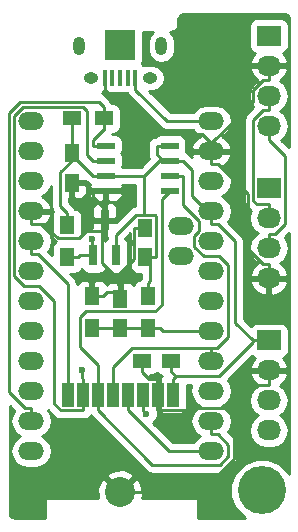
<source format=gtl>
G04 #@! TF.FileFunction,Copper,L1,Top,Signal*
%FSLAX46Y46*%
G04 Gerber Fmt 4.6, Leading zero omitted, Abs format (unit mm)*
G04 Created by KiCad (PCBNEW 4.0.2-stable) date Lundi 27 juin 2016 03:17:05*
%MOMM*%
G01*
G04 APERTURE LIST*
%ADD10C,0.100000*%
%ADD11R,2.540000X2.540000*%
%ADD12C,2.540000*%
%ADD13R,0.400000X1.350000*%
%ADD14O,1.250000X0.950000*%
%ADD15O,1.000000X1.550000*%
%ADD16O,2.199640X1.501140*%
%ADD17R,1.500000X1.250000*%
%ADD18R,1.000000X2.000000*%
%ADD19R,1.250000X1.500000*%
%ADD20R,1.300000X1.500000*%
%ADD21R,1.500000X1.300000*%
%ADD22R,0.800100X1.800860*%
%ADD23R,1.550000X0.600000*%
%ADD24R,2.032000X1.727200*%
%ADD25O,2.032000X1.727200*%
%ADD26C,4.064000*%
%ADD27C,0.600000*%
%ADD28C,0.250000*%
%ADD29C,0.254000*%
G04 APERTURE END LIST*
D10*
D11*
X58000000Y-36800000D03*
D12*
X58000000Y-74620000D03*
D13*
X59300900Y-39562540D03*
X58650900Y-39562540D03*
X58000900Y-39562540D03*
X57350900Y-39562540D03*
X56700900Y-39562540D03*
D14*
X60500900Y-39562540D03*
X55500900Y-39562540D03*
D15*
X61500900Y-36862540D03*
X54500900Y-36862540D03*
D16*
X50480000Y-43230000D03*
X50480000Y-45770000D03*
X50480000Y-48310000D03*
X50480000Y-50850000D03*
X50480000Y-53390000D03*
X50480000Y-55930000D03*
X50480000Y-58470000D03*
X50480000Y-61010000D03*
X50480000Y-63550000D03*
X50480000Y-66090000D03*
X50480000Y-68630000D03*
X50480000Y-71170000D03*
X65720000Y-71170000D03*
X65720000Y-68630000D03*
X65720000Y-66090000D03*
X65720000Y-63550000D03*
X65720000Y-61010000D03*
X65720000Y-58470000D03*
X65720000Y-55930000D03*
X65720000Y-53390000D03*
X65720000Y-50850000D03*
X65720000Y-48310000D03*
X65720000Y-45770000D03*
X65720000Y-43230000D03*
X63180000Y-54660000D03*
X63180000Y-52120000D03*
D17*
X62350000Y-63500000D03*
X59850000Y-63500000D03*
D18*
X62500000Y-66400000D03*
X61230000Y-66400000D03*
X59960000Y-66400000D03*
X58690000Y-66400000D03*
X57420000Y-66400000D03*
X56150000Y-66400000D03*
X54880000Y-66400000D03*
X53610000Y-66400000D03*
D19*
X53900000Y-45950000D03*
X53900000Y-48450000D03*
D20*
X53500000Y-52050000D03*
X53500000Y-54750000D03*
D21*
X53950000Y-43000000D03*
X56650000Y-43000000D03*
D22*
X55750000Y-54601140D03*
X57650000Y-54601140D03*
X56700000Y-51598860D03*
D23*
X56800000Y-45295000D03*
X56800000Y-46565000D03*
X56800000Y-47835000D03*
X56800000Y-49105000D03*
X62200000Y-49105000D03*
X62200000Y-47835000D03*
X62200000Y-46565000D03*
X62200000Y-45295000D03*
D19*
X60100000Y-54750000D03*
X60100000Y-52250000D03*
X58000000Y-60750000D03*
X58000000Y-58250000D03*
D20*
X60400000Y-58050000D03*
X60400000Y-60750000D03*
X55600000Y-60750000D03*
X55600000Y-58050000D03*
D24*
X70600000Y-36000000D03*
D25*
X70600000Y-38540000D03*
X70600000Y-41080000D03*
X70600000Y-43620000D03*
D24*
X70600000Y-48900000D03*
D25*
X70600000Y-51440000D03*
X70600000Y-53980000D03*
X70600000Y-56520000D03*
D24*
X70600000Y-61800000D03*
D25*
X70600000Y-64340000D03*
X70600000Y-66880000D03*
X70600000Y-69420000D03*
D26*
X70000000Y-74500000D03*
D27*
X60236400Y-67991000D03*
X54745000Y-64268200D03*
X55611800Y-53198100D03*
D28*
X53950000Y-43000000D02*
X53950000Y-43975300D01*
X60100000Y-54750000D02*
X60575200Y-54750000D01*
X60575200Y-54750000D02*
X61050300Y-54750000D01*
X60575200Y-56799500D02*
X60400000Y-56974700D01*
X60575200Y-54750000D02*
X60575200Y-56799500D01*
X60400000Y-58050000D02*
X60400000Y-56974700D01*
X62200000Y-46565000D02*
X61649900Y-46565000D01*
X62200000Y-45295000D02*
X61099700Y-45295000D01*
X62500000Y-66400000D02*
X62500000Y-65074700D01*
X62350000Y-63500000D02*
X62350000Y-64450300D01*
X62737200Y-64837500D02*
X62350000Y-64450300D01*
X62500000Y-65074700D02*
X62737200Y-64837500D01*
X60925600Y-51139100D02*
X60052300Y-51139100D01*
X61050300Y-51263800D02*
X60925600Y-51139100D01*
X61050300Y-54750000D02*
X61050300Y-51263800D01*
X57650000Y-52856000D02*
X57650000Y-54601100D01*
X59366900Y-51139100D02*
X57650000Y-52856000D01*
X60052300Y-51139100D02*
X59366900Y-51139100D01*
X60052300Y-47835000D02*
X60052300Y-51139100D01*
X61486100Y-46401200D02*
X60052300Y-47835000D01*
X61649900Y-46565000D02*
X61486100Y-46401200D01*
X61099700Y-46014800D02*
X61099700Y-45295000D01*
X61486100Y-46401200D02*
X61099700Y-46014800D01*
X70600000Y-61800000D02*
X69258700Y-61800000D01*
X69258700Y-61920000D02*
X69258700Y-61800000D01*
X66341200Y-64837500D02*
X69258700Y-61920000D01*
X62737200Y-64837500D02*
X66341200Y-64837500D01*
X66257900Y-51925900D02*
X65720000Y-51925900D01*
X67740900Y-53408900D02*
X66257900Y-51925900D01*
X67740900Y-60282200D02*
X67740900Y-53408900D01*
X69258700Y-61800000D02*
X67740900Y-60282200D01*
X65720000Y-51387900D02*
X65720000Y-51149500D01*
X65720000Y-51387900D02*
X65720000Y-51925900D01*
X65720000Y-50850000D02*
X65720000Y-51149500D01*
X64130600Y-47395300D02*
X63300300Y-46565000D01*
X64130600Y-49560100D02*
X64130600Y-47395300D01*
X65720000Y-51149500D02*
X64130600Y-49560100D01*
X62200000Y-46565000D02*
X63300300Y-46565000D01*
X60052300Y-47835000D02*
X56800000Y-47835000D01*
X56800000Y-47835000D02*
X55699700Y-47835000D01*
X53900000Y-44025300D02*
X53900000Y-45950000D01*
X53950000Y-43975300D02*
X53900000Y-44025300D01*
X53500000Y-52050000D02*
X53500000Y-50974700D01*
X52929200Y-50403900D02*
X53500000Y-50974700D01*
X52929200Y-47572000D02*
X52929200Y-50403900D01*
X54183000Y-46318200D02*
X52929200Y-47572000D01*
X55699700Y-47835000D02*
X54183000Y-46318200D01*
X54088700Y-46138700D02*
X53900000Y-45950000D01*
X54088700Y-46224000D02*
X54088700Y-46138700D01*
X54183000Y-46318200D02*
X54088700Y-46224000D01*
X56700000Y-51598900D02*
X56475500Y-51598900D01*
X60100000Y-52250000D02*
X59149700Y-52250000D01*
X56700000Y-51598900D02*
X56700000Y-50373200D01*
X56800000Y-49105000D02*
X55699700Y-49105000D01*
X50480000Y-50850000D02*
X50480000Y-51925900D01*
X53900000Y-48450000D02*
X54850300Y-48450000D01*
X56449900Y-50373200D02*
X56700000Y-50373200D01*
X55699700Y-49623000D02*
X56449900Y-50373200D01*
X55699700Y-49105000D02*
X55699700Y-49623000D01*
X55044700Y-48450000D02*
X55699700Y-49105000D01*
X54850300Y-48450000D02*
X55044700Y-48450000D01*
X58000000Y-58250000D02*
X58000000Y-57712300D01*
X58000000Y-57712300D02*
X58000000Y-57174700D01*
X56913000Y-57712300D02*
X56575300Y-58050000D01*
X58000000Y-57712300D02*
X56913000Y-57712300D01*
X55600000Y-58050000D02*
X56575300Y-58050000D01*
X51509300Y-51925900D02*
X50480000Y-51925900D01*
X52708800Y-53125400D02*
X51509300Y-51925900D01*
X54559100Y-53125400D02*
X52708800Y-53125400D01*
X55138500Y-52546000D02*
X54559100Y-53125400D01*
X56475500Y-52546000D02*
X55138500Y-52546000D01*
X56475500Y-51598900D02*
X56475500Y-52546000D01*
X57558600Y-56299600D02*
X57762200Y-56299600D01*
X56475500Y-55216500D02*
X57558600Y-56299600D01*
X56475500Y-52546000D02*
X56475500Y-55216500D01*
X59149700Y-54912100D02*
X57762200Y-56299600D01*
X59149700Y-52250000D02*
X59149700Y-54912100D01*
X57762200Y-56936900D02*
X58000000Y-57174700D01*
X57762200Y-56299600D02*
X57762200Y-56936900D01*
X60474400Y-65074700D02*
X59850000Y-64450300D01*
X61230000Y-65074700D02*
X60474400Y-65074700D01*
X59850000Y-63500000D02*
X59850000Y-64450300D01*
X61230000Y-66400000D02*
X61230000Y-65074700D01*
X65720000Y-45770000D02*
X65720000Y-45276200D01*
X70600000Y-38540000D02*
X70600000Y-39728900D01*
X56700900Y-39562500D02*
X56700900Y-40562800D01*
X69249000Y-41598800D02*
X65733400Y-45114400D01*
X69249000Y-40559800D02*
X69249000Y-41598800D01*
X70079900Y-39728900D02*
X69249000Y-40559800D01*
X70600000Y-39728900D02*
X70079900Y-39728900D01*
X65733400Y-45262800D02*
X65733400Y-45114400D01*
X65720000Y-45276200D02*
X65733400Y-45262800D01*
X60472400Y-44334300D02*
X56700900Y-40562800D01*
X64953300Y-44334300D02*
X60472400Y-44334300D01*
X65733400Y-45114400D02*
X64953300Y-44334300D01*
X70600000Y-64340000D02*
X70600000Y-65528900D01*
X61230000Y-66400000D02*
X61230000Y-67725300D01*
X64850700Y-74620000D02*
X58000000Y-74620000D01*
X67652500Y-71818200D02*
X64850700Y-74620000D01*
X67652500Y-67528600D02*
X67652500Y-71818200D01*
X69652200Y-65528900D02*
X67652500Y-67528600D01*
X70600000Y-65528900D02*
X69652200Y-65528900D01*
X64294800Y-67725300D02*
X61230000Y-67725300D01*
X64491500Y-67528600D02*
X64294800Y-67725300D01*
X67652500Y-67528600D02*
X64491500Y-67528600D01*
X66257900Y-46845900D02*
X65720000Y-46845900D01*
X68806600Y-49394600D02*
X66257900Y-46845900D01*
X68806600Y-54057800D02*
X68806600Y-49394600D01*
X70079900Y-55331100D02*
X68806600Y-54057800D01*
X70600000Y-55331100D02*
X70079900Y-55331100D01*
X70600000Y-56520000D02*
X70600000Y-55331100D01*
X65720000Y-45770000D02*
X65720000Y-46845900D01*
X59300900Y-39562500D02*
X59300900Y-40562800D01*
X61968100Y-43230000D02*
X59300900Y-40562800D01*
X65720000Y-43230000D02*
X61968100Y-43230000D01*
X59970700Y-67725300D02*
X60236400Y-67991000D01*
X59960000Y-67725300D02*
X59970700Y-67725300D01*
X59960000Y-66400000D02*
X59960000Y-67725300D01*
X62134700Y-71170000D02*
X65720000Y-71170000D01*
X58690000Y-67725300D02*
X62134700Y-71170000D01*
X58690000Y-66400000D02*
X58690000Y-67725300D01*
X57420000Y-64051200D02*
X57420000Y-66400000D01*
X58997100Y-62474100D02*
X57420000Y-64051200D01*
X65720000Y-62474100D02*
X58997100Y-62474100D01*
X65720000Y-63550000D02*
X65720000Y-62474100D01*
X66188800Y-62474100D02*
X65720000Y-62474100D01*
X67162800Y-61500100D02*
X66188800Y-62474100D01*
X67162800Y-55450100D02*
X67162800Y-61500100D01*
X66372700Y-54660000D02*
X67162800Y-55450100D01*
X65085000Y-54660000D02*
X66372700Y-54660000D01*
X64283500Y-53858500D02*
X65085000Y-54660000D01*
X64283500Y-52921500D02*
X64283500Y-53858500D01*
X64657500Y-52547500D02*
X64283500Y-52921500D01*
X64657500Y-51692500D02*
X64657500Y-52547500D01*
X63300300Y-50335300D02*
X64657500Y-51692500D01*
X63300300Y-47835000D02*
X63300300Y-50335300D01*
X62200000Y-47835000D02*
X63300300Y-47835000D01*
X56150000Y-63894600D02*
X56150000Y-66400000D01*
X54624600Y-62369200D02*
X56150000Y-63894600D01*
X54624600Y-59844500D02*
X54624600Y-62369200D01*
X55128400Y-59340700D02*
X54624600Y-59844500D01*
X60970700Y-59340700D02*
X55128400Y-59340700D01*
X61525200Y-58786200D02*
X60970700Y-59340700D01*
X61525200Y-49779800D02*
X61525200Y-58786200D01*
X62200000Y-49105000D02*
X61525200Y-49779800D01*
X60739100Y-72314400D02*
X56150000Y-67725300D01*
X66454700Y-72314400D02*
X60739100Y-72314400D01*
X67164900Y-71604200D02*
X66454700Y-72314400D01*
X67164900Y-70612900D02*
X67164900Y-71604200D01*
X66257900Y-69705900D02*
X67164900Y-70612900D01*
X65720000Y-69705900D02*
X66257900Y-69705900D01*
X65720000Y-68630000D02*
X65720000Y-69705900D01*
X56150000Y-66400000D02*
X56150000Y-67725300D01*
X54745000Y-64939700D02*
X54745000Y-64268200D01*
X54880000Y-65074700D02*
X54745000Y-64939700D01*
X54880000Y-66400000D02*
X54880000Y-65074700D01*
X52972700Y-67725300D02*
X54880000Y-67725300D01*
X52410500Y-67163100D02*
X52972700Y-67725300D01*
X52410500Y-58480600D02*
X52410500Y-67163100D01*
X51129900Y-57200000D02*
X52410500Y-58480600D01*
X49837500Y-57200000D02*
X51129900Y-57200000D01*
X49016000Y-56378500D02*
X49837500Y-57200000D01*
X49016000Y-42808400D02*
X49016000Y-56378500D01*
X49799700Y-42024700D02*
X49016000Y-42808400D01*
X54878300Y-42024700D02*
X49799700Y-42024700D01*
X55198900Y-42345300D02*
X54878300Y-42024700D01*
X55198900Y-46064200D02*
X55198900Y-42345300D01*
X55699700Y-46565000D02*
X55198900Y-46064200D01*
X56800000Y-46565000D02*
X55699700Y-46565000D01*
X54880000Y-66400000D02*
X54880000Y-67725300D01*
X51017900Y-54465900D02*
X50480000Y-54465900D01*
X53610000Y-57058000D02*
X51017900Y-54465900D01*
X53610000Y-65074700D02*
X53610000Y-57058000D01*
X53610000Y-66400000D02*
X53610000Y-65074700D01*
X50480000Y-53390000D02*
X50480000Y-54465900D01*
X49942100Y-67554100D02*
X50480000Y-67554100D01*
X48561700Y-66173700D02*
X49942100Y-67554100D01*
X48561700Y-42564600D02*
X48561700Y-66173700D01*
X49552400Y-41573900D02*
X48561700Y-42564600D01*
X56199200Y-41573900D02*
X49552400Y-41573900D01*
X56650000Y-42024700D02*
X56199200Y-41573900D01*
X56650000Y-43000000D02*
X56650000Y-42024700D01*
X50480000Y-68630000D02*
X50480000Y-67554100D01*
X56531100Y-43975300D02*
X56650000Y-43975300D01*
X55699700Y-44806700D02*
X56531100Y-43975300D01*
X55699700Y-45295000D02*
X55699700Y-44806700D01*
X56800000Y-45295000D02*
X55699700Y-45295000D01*
X56650000Y-43000000D02*
X56650000Y-43975300D01*
X53500000Y-54750000D02*
X54475300Y-54750000D01*
X55611800Y-54601100D02*
X55611800Y-53198100D01*
X55750000Y-54601100D02*
X55611800Y-54601100D01*
X54624200Y-54601100D02*
X54475300Y-54750000D01*
X55611800Y-54601100D02*
X54624200Y-54601100D01*
X60400000Y-60750000D02*
X59424700Y-60750000D01*
X55600000Y-60750000D02*
X58000000Y-60750000D01*
X58000000Y-60750000D02*
X59424700Y-60750000D01*
X61635300Y-61010000D02*
X61375300Y-60750000D01*
X65720000Y-61010000D02*
X61635300Y-61010000D01*
X60400000Y-60750000D02*
X61375300Y-60750000D01*
X71941400Y-46150300D02*
X70600000Y-44808900D01*
X71941400Y-51969800D02*
X71941400Y-46150300D01*
X71120100Y-52791100D02*
X71941400Y-51969800D01*
X70600000Y-52791100D02*
X71120100Y-52791100D01*
X70600000Y-53980000D02*
X70600000Y-52791100D01*
X70600000Y-43620000D02*
X70600000Y-44808900D01*
X70079900Y-42268900D02*
X70600000Y-42268900D01*
X69258600Y-43090200D02*
X70079900Y-42268900D01*
X69258600Y-49950000D02*
X69258600Y-43090200D01*
X69559700Y-50251100D02*
X69258600Y-49950000D01*
X70600000Y-50251100D02*
X69559700Y-50251100D01*
X70600000Y-51440000D02*
X70600000Y-50251100D01*
X70600000Y-41080000D02*
X70600000Y-42268900D01*
D29*
G36*
X72115409Y-34221376D02*
X72213250Y-34286751D01*
X72278624Y-34384590D01*
X72315000Y-34567466D01*
X72315000Y-45449098D01*
X71665272Y-44799370D01*
X71844415Y-44679670D01*
X72169271Y-44193489D01*
X72283345Y-43620000D01*
X72169271Y-43046511D01*
X71844415Y-42560330D01*
X71529634Y-42350000D01*
X71844415Y-42139670D01*
X72169271Y-41653489D01*
X72283345Y-41080000D01*
X72169271Y-40506511D01*
X71844415Y-40020330D01*
X71534931Y-39813539D01*
X71950732Y-39442036D01*
X72204709Y-38914791D01*
X72207358Y-38899026D01*
X72086217Y-38667000D01*
X70727000Y-38667000D01*
X70727000Y-38687000D01*
X70473000Y-38687000D01*
X70473000Y-38667000D01*
X69113783Y-38667000D01*
X68992642Y-38899026D01*
X68995291Y-38914791D01*
X69249268Y-39442036D01*
X69665069Y-39813539D01*
X69355585Y-40020330D01*
X69030729Y-40506511D01*
X68916655Y-41080000D01*
X69030729Y-41653489D01*
X69266962Y-42007036D01*
X68721199Y-42552799D01*
X68556452Y-42799361D01*
X68498600Y-43090200D01*
X68498600Y-49950000D01*
X68556452Y-50240839D01*
X68721199Y-50487401D01*
X69022299Y-50788501D01*
X69064163Y-50816474D01*
X69030729Y-50866511D01*
X68916655Y-51440000D01*
X69030729Y-52013489D01*
X69355585Y-52499670D01*
X69670366Y-52710000D01*
X69355585Y-52920330D01*
X69030729Y-53406511D01*
X68916655Y-53980000D01*
X69030729Y-54553489D01*
X69355585Y-55039670D01*
X69665069Y-55246461D01*
X69249268Y-55617964D01*
X68995291Y-56145209D01*
X68992642Y-56160974D01*
X69113783Y-56393000D01*
X70473000Y-56393000D01*
X70473000Y-56373000D01*
X70727000Y-56373000D01*
X70727000Y-56393000D01*
X72086217Y-56393000D01*
X72207358Y-56160974D01*
X72204709Y-56145209D01*
X71950732Y-55617964D01*
X71534931Y-55246461D01*
X71844415Y-55039670D01*
X72169271Y-54553489D01*
X72283345Y-53980000D01*
X72169271Y-53406511D01*
X71933038Y-53052964D01*
X72315000Y-52671002D01*
X72315000Y-73118805D01*
X72262291Y-72991239D01*
X71512707Y-72240345D01*
X70532827Y-71833464D01*
X69471828Y-71832538D01*
X68491239Y-72237709D01*
X67740345Y-72987293D01*
X67333464Y-73967173D01*
X67332538Y-75028172D01*
X67737709Y-76008761D01*
X68487293Y-76759655D01*
X68620579Y-76815000D01*
X64627000Y-76815000D01*
X64627000Y-75250000D01*
X64618315Y-75203841D01*
X64591035Y-75161447D01*
X64549410Y-75133006D01*
X64500000Y-75123000D01*
X59847451Y-75123000D01*
X59914261Y-74948964D01*
X59894436Y-74191368D01*
X59642657Y-73583520D01*
X59347777Y-73451828D01*
X58179605Y-74620000D01*
X58193748Y-74634143D01*
X58014143Y-74813748D01*
X58000000Y-74799605D01*
X57985858Y-74813748D01*
X57806253Y-74634143D01*
X57820395Y-74620000D01*
X56652223Y-73451828D01*
X56357343Y-73583520D01*
X56085739Y-74291036D01*
X56105564Y-75048632D01*
X56136368Y-75123000D01*
X51750000Y-75123000D01*
X51703841Y-75131685D01*
X51661447Y-75158965D01*
X51633006Y-75200590D01*
X51623000Y-75250000D01*
X51623000Y-76815000D01*
X49067466Y-76815000D01*
X48884590Y-76778624D01*
X48786751Y-76713250D01*
X48721376Y-76615409D01*
X48685000Y-76432534D01*
X48685000Y-73272223D01*
X56831828Y-73272223D01*
X58000000Y-74440395D01*
X59168172Y-73272223D01*
X59036480Y-72977343D01*
X58328964Y-72705739D01*
X57571368Y-72725564D01*
X56963520Y-72977343D01*
X56831828Y-73272223D01*
X48685000Y-73272223D01*
X48685000Y-67371802D01*
X49055507Y-67742309D01*
X48816663Y-68099765D01*
X48711193Y-68630000D01*
X48816663Y-69160235D01*
X49117017Y-69609746D01*
X49551412Y-69900000D01*
X49117017Y-70190254D01*
X48816663Y-70639765D01*
X48711193Y-71170000D01*
X48816663Y-71700235D01*
X49117017Y-72149746D01*
X49566528Y-72450100D01*
X50096763Y-72555570D01*
X50863237Y-72555570D01*
X51393472Y-72450100D01*
X51842983Y-72149746D01*
X52143337Y-71700235D01*
X52248807Y-71170000D01*
X52143337Y-70639765D01*
X51842983Y-70190254D01*
X51408588Y-69900000D01*
X51842983Y-69609746D01*
X52143337Y-69160235D01*
X52248807Y-68630000D01*
X52143337Y-68099765D01*
X51883520Y-67710922D01*
X52435299Y-68262701D01*
X52681861Y-68427448D01*
X52972700Y-68485300D01*
X54880000Y-68485300D01*
X55170839Y-68427448D01*
X55417401Y-68262701D01*
X55515000Y-68116633D01*
X55612599Y-68262701D01*
X60201699Y-72851801D01*
X60448260Y-73016548D01*
X60496514Y-73026146D01*
X60739100Y-73074400D01*
X66454700Y-73074400D01*
X66745539Y-73016548D01*
X66992101Y-72851801D01*
X67702301Y-72141601D01*
X67867048Y-71895040D01*
X67890528Y-71776999D01*
X67924900Y-71604200D01*
X67924900Y-70612900D01*
X67867048Y-70322061D01*
X67702301Y-70075499D01*
X67144493Y-69517691D01*
X67383337Y-69160235D01*
X67488807Y-68630000D01*
X67383337Y-68099765D01*
X67082983Y-67650254D01*
X66648588Y-67360000D01*
X67082983Y-67069746D01*
X67209767Y-66880000D01*
X68916655Y-66880000D01*
X69030729Y-67453489D01*
X69355585Y-67939670D01*
X69670366Y-68150000D01*
X69355585Y-68360330D01*
X69030729Y-68846511D01*
X68916655Y-69420000D01*
X69030729Y-69993489D01*
X69355585Y-70479670D01*
X69841766Y-70804526D01*
X70415255Y-70918600D01*
X70784745Y-70918600D01*
X71358234Y-70804526D01*
X71844415Y-70479670D01*
X72169271Y-69993489D01*
X72283345Y-69420000D01*
X72169271Y-68846511D01*
X71844415Y-68360330D01*
X71529634Y-68150000D01*
X71844415Y-67939670D01*
X72169271Y-67453489D01*
X72283345Y-66880000D01*
X72169271Y-66306511D01*
X71844415Y-65820330D01*
X71534931Y-65613539D01*
X71950732Y-65242036D01*
X72204709Y-64714791D01*
X72207358Y-64699026D01*
X72086217Y-64467000D01*
X70727000Y-64467000D01*
X70727000Y-64487000D01*
X70473000Y-64487000D01*
X70473000Y-64467000D01*
X69113783Y-64467000D01*
X68992642Y-64699026D01*
X68995291Y-64714791D01*
X69249268Y-65242036D01*
X69665069Y-65613539D01*
X69355585Y-65820330D01*
X69030729Y-66306511D01*
X68916655Y-66880000D01*
X67209767Y-66880000D01*
X67383337Y-66620235D01*
X67488807Y-66090000D01*
X67383337Y-65559765D01*
X67107122Y-65146380D01*
X69130931Y-63122571D01*
X69332110Y-63260031D01*
X69426927Y-63279232D01*
X69249268Y-63437964D01*
X68995291Y-63965209D01*
X68992642Y-63980974D01*
X69113783Y-64213000D01*
X70473000Y-64213000D01*
X70473000Y-64193000D01*
X70727000Y-64193000D01*
X70727000Y-64213000D01*
X72086217Y-64213000D01*
X72207358Y-63980974D01*
X72204709Y-63965209D01*
X71950732Y-63437964D01*
X71775155Y-63281093D01*
X71851317Y-63266762D01*
X72067441Y-63127690D01*
X72212431Y-62915490D01*
X72263440Y-62663600D01*
X72263440Y-60936400D01*
X72219162Y-60701083D01*
X72080090Y-60484959D01*
X71867890Y-60339969D01*
X71616000Y-60288960D01*
X69584000Y-60288960D01*
X69348683Y-60333238D01*
X69132559Y-60472310D01*
X69081110Y-60547608D01*
X68500900Y-59967398D01*
X68500900Y-56879026D01*
X68992642Y-56879026D01*
X68995291Y-56894791D01*
X69249268Y-57422036D01*
X69685680Y-57811954D01*
X70238087Y-58005184D01*
X70473000Y-57860924D01*
X70473000Y-56647000D01*
X70727000Y-56647000D01*
X70727000Y-57860924D01*
X70961913Y-58005184D01*
X71514320Y-57811954D01*
X71950732Y-57422036D01*
X72204709Y-56894791D01*
X72207358Y-56879026D01*
X72086217Y-56647000D01*
X70727000Y-56647000D01*
X70473000Y-56647000D01*
X69113783Y-56647000D01*
X68992642Y-56879026D01*
X68500900Y-56879026D01*
X68500900Y-53408900D01*
X68443048Y-53118061D01*
X68278301Y-52871499D01*
X67144493Y-51737691D01*
X67383337Y-51380235D01*
X67488807Y-50850000D01*
X67383337Y-50319765D01*
X67082983Y-49870254D01*
X66648588Y-49580000D01*
X67082983Y-49289746D01*
X67383337Y-48840235D01*
X67488807Y-48310000D01*
X67383337Y-47779765D01*
X67082983Y-47330254D01*
X66633472Y-47029900D01*
X66625928Y-47028399D01*
X66716817Y-47001499D01*
X67138798Y-46659944D01*
X67397950Y-46182903D01*
X67412133Y-46111275D01*
X67289479Y-45897000D01*
X65847000Y-45897000D01*
X65847000Y-45917000D01*
X65593000Y-45917000D01*
X65593000Y-45897000D01*
X64150521Y-45897000D01*
X64027867Y-46111275D01*
X64042050Y-46182903D01*
X64100383Y-46290281D01*
X63837701Y-46027599D01*
X63591139Y-45862852D01*
X63564188Y-45857491D01*
X63571431Y-45846890D01*
X63622440Y-45595000D01*
X63622440Y-44995000D01*
X63578162Y-44759683D01*
X63439090Y-44543559D01*
X63226890Y-44398569D01*
X62975000Y-44347560D01*
X61425000Y-44347560D01*
X61189683Y-44391838D01*
X60973559Y-44530910D01*
X60950484Y-44564681D01*
X60808861Y-44592852D01*
X60562299Y-44757599D01*
X60397552Y-45004161D01*
X60339700Y-45295000D01*
X60339700Y-46014800D01*
X60397552Y-46305639D01*
X60441334Y-46371164D01*
X59737498Y-47075000D01*
X58179914Y-47075000D01*
X58222440Y-46865000D01*
X58222440Y-46265000D01*
X58178162Y-46029683D01*
X58114322Y-45930472D01*
X58171431Y-45846890D01*
X58222440Y-45595000D01*
X58222440Y-44995000D01*
X58178162Y-44759683D01*
X58039090Y-44543559D01*
X57826890Y-44398569D01*
X57575000Y-44347560D01*
X57297744Y-44347560D01*
X57331233Y-44297440D01*
X57400000Y-44297440D01*
X57635317Y-44253162D01*
X57851441Y-44114090D01*
X57996431Y-43901890D01*
X58047440Y-43650000D01*
X58047440Y-42350000D01*
X58003162Y-42114683D01*
X57864090Y-41898559D01*
X57651890Y-41753569D01*
X57400000Y-41702560D01*
X57331234Y-41702560D01*
X57187401Y-41487299D01*
X56736601Y-41036499D01*
X56490039Y-40871752D01*
X56450753Y-40863937D01*
X56600900Y-40713790D01*
X56600900Y-40555473D01*
X56686810Y-40688981D01*
X56899010Y-40833971D01*
X56926685Y-40839575D01*
X56959650Y-40872540D01*
X57027210Y-40872540D01*
X57047653Y-40864072D01*
X57150900Y-40884980D01*
X57550900Y-40884980D01*
X57680489Y-40860596D01*
X57800900Y-40884980D01*
X58200900Y-40884980D01*
X58330489Y-40860596D01*
X58450900Y-40884980D01*
X58619693Y-40884980D01*
X58763499Y-41100201D01*
X61430699Y-43767401D01*
X61677260Y-43932148D01*
X61725514Y-43941746D01*
X61968100Y-43990000D01*
X64210187Y-43990000D01*
X64357017Y-44209746D01*
X64806528Y-44510100D01*
X64814072Y-44511601D01*
X64723183Y-44538501D01*
X64301202Y-44880056D01*
X64042050Y-45357097D01*
X64027867Y-45428725D01*
X64150521Y-45643000D01*
X65593000Y-45643000D01*
X65593000Y-45623000D01*
X65847000Y-45623000D01*
X65847000Y-45643000D01*
X67289479Y-45643000D01*
X67412133Y-45428725D01*
X67397950Y-45357097D01*
X67138798Y-44880056D01*
X66716817Y-44538501D01*
X66625928Y-44511601D01*
X66633472Y-44510100D01*
X67082983Y-44209746D01*
X67383337Y-43760235D01*
X67488807Y-43230000D01*
X67383337Y-42699765D01*
X67082983Y-42250254D01*
X66633472Y-41949900D01*
X66103237Y-41844430D01*
X65336763Y-41844430D01*
X64806528Y-41949900D01*
X64357017Y-42250254D01*
X64210187Y-42470000D01*
X62282902Y-42470000D01*
X60485442Y-40672540D01*
X60675585Y-40672540D01*
X61100364Y-40588046D01*
X61460474Y-40347429D01*
X61701091Y-39987319D01*
X61785585Y-39562540D01*
X61701091Y-39137761D01*
X61460474Y-38777651D01*
X61100364Y-38537034D01*
X60675585Y-38452540D01*
X60326215Y-38452540D01*
X60015358Y-38514373D01*
X59964990Y-38436099D01*
X59844600Y-38353840D01*
X59866431Y-38321890D01*
X59917440Y-38070000D01*
X59917440Y-35685000D01*
X60806613Y-35685000D01*
X60698334Y-35757350D01*
X60452297Y-36125570D01*
X60365900Y-36559916D01*
X60365900Y-37165164D01*
X60452297Y-37599510D01*
X60698334Y-37967730D01*
X61066554Y-38213767D01*
X61500900Y-38300164D01*
X61935246Y-38213767D01*
X62303466Y-37967730D01*
X62549503Y-37599510D01*
X62635900Y-37165164D01*
X62635900Y-36559916D01*
X62549503Y-36125570D01*
X62303466Y-35757350D01*
X62195187Y-35685000D01*
X62250000Y-35685000D01*
X62512138Y-35632857D01*
X62734368Y-35484368D01*
X62882857Y-35262138D01*
X62907868Y-35136400D01*
X68936560Y-35136400D01*
X68936560Y-36863600D01*
X68980838Y-37098917D01*
X69119910Y-37315041D01*
X69332110Y-37460031D01*
X69426927Y-37479232D01*
X69249268Y-37637964D01*
X68995291Y-38165209D01*
X68992642Y-38180974D01*
X69113783Y-38413000D01*
X70473000Y-38413000D01*
X70473000Y-38393000D01*
X70727000Y-38393000D01*
X70727000Y-38413000D01*
X72086217Y-38413000D01*
X72207358Y-38180974D01*
X72204709Y-38165209D01*
X71950732Y-37637964D01*
X71775155Y-37481093D01*
X71851317Y-37466762D01*
X72067441Y-37327690D01*
X72212431Y-37115490D01*
X72263440Y-36863600D01*
X72263440Y-35136400D01*
X72219162Y-34901083D01*
X72080090Y-34684959D01*
X71867890Y-34539969D01*
X71616000Y-34488960D01*
X69584000Y-34488960D01*
X69348683Y-34533238D01*
X69132559Y-34672310D01*
X68987569Y-34884510D01*
X68936560Y-35136400D01*
X62907868Y-35136400D01*
X62935000Y-35000000D01*
X62935000Y-34567466D01*
X62965506Y-34414100D01*
X63164100Y-34215506D01*
X63317466Y-34185000D01*
X71932534Y-34185000D01*
X72115409Y-34221376D01*
X72115409Y-34221376D01*
G37*
X72115409Y-34221376D02*
X72213250Y-34286751D01*
X72278624Y-34384590D01*
X72315000Y-34567466D01*
X72315000Y-45449098D01*
X71665272Y-44799370D01*
X71844415Y-44679670D01*
X72169271Y-44193489D01*
X72283345Y-43620000D01*
X72169271Y-43046511D01*
X71844415Y-42560330D01*
X71529634Y-42350000D01*
X71844415Y-42139670D01*
X72169271Y-41653489D01*
X72283345Y-41080000D01*
X72169271Y-40506511D01*
X71844415Y-40020330D01*
X71534931Y-39813539D01*
X71950732Y-39442036D01*
X72204709Y-38914791D01*
X72207358Y-38899026D01*
X72086217Y-38667000D01*
X70727000Y-38667000D01*
X70727000Y-38687000D01*
X70473000Y-38687000D01*
X70473000Y-38667000D01*
X69113783Y-38667000D01*
X68992642Y-38899026D01*
X68995291Y-38914791D01*
X69249268Y-39442036D01*
X69665069Y-39813539D01*
X69355585Y-40020330D01*
X69030729Y-40506511D01*
X68916655Y-41080000D01*
X69030729Y-41653489D01*
X69266962Y-42007036D01*
X68721199Y-42552799D01*
X68556452Y-42799361D01*
X68498600Y-43090200D01*
X68498600Y-49950000D01*
X68556452Y-50240839D01*
X68721199Y-50487401D01*
X69022299Y-50788501D01*
X69064163Y-50816474D01*
X69030729Y-50866511D01*
X68916655Y-51440000D01*
X69030729Y-52013489D01*
X69355585Y-52499670D01*
X69670366Y-52710000D01*
X69355585Y-52920330D01*
X69030729Y-53406511D01*
X68916655Y-53980000D01*
X69030729Y-54553489D01*
X69355585Y-55039670D01*
X69665069Y-55246461D01*
X69249268Y-55617964D01*
X68995291Y-56145209D01*
X68992642Y-56160974D01*
X69113783Y-56393000D01*
X70473000Y-56393000D01*
X70473000Y-56373000D01*
X70727000Y-56373000D01*
X70727000Y-56393000D01*
X72086217Y-56393000D01*
X72207358Y-56160974D01*
X72204709Y-56145209D01*
X71950732Y-55617964D01*
X71534931Y-55246461D01*
X71844415Y-55039670D01*
X72169271Y-54553489D01*
X72283345Y-53980000D01*
X72169271Y-53406511D01*
X71933038Y-53052964D01*
X72315000Y-52671002D01*
X72315000Y-73118805D01*
X72262291Y-72991239D01*
X71512707Y-72240345D01*
X70532827Y-71833464D01*
X69471828Y-71832538D01*
X68491239Y-72237709D01*
X67740345Y-72987293D01*
X67333464Y-73967173D01*
X67332538Y-75028172D01*
X67737709Y-76008761D01*
X68487293Y-76759655D01*
X68620579Y-76815000D01*
X64627000Y-76815000D01*
X64627000Y-75250000D01*
X64618315Y-75203841D01*
X64591035Y-75161447D01*
X64549410Y-75133006D01*
X64500000Y-75123000D01*
X59847451Y-75123000D01*
X59914261Y-74948964D01*
X59894436Y-74191368D01*
X59642657Y-73583520D01*
X59347777Y-73451828D01*
X58179605Y-74620000D01*
X58193748Y-74634143D01*
X58014143Y-74813748D01*
X58000000Y-74799605D01*
X57985858Y-74813748D01*
X57806253Y-74634143D01*
X57820395Y-74620000D01*
X56652223Y-73451828D01*
X56357343Y-73583520D01*
X56085739Y-74291036D01*
X56105564Y-75048632D01*
X56136368Y-75123000D01*
X51750000Y-75123000D01*
X51703841Y-75131685D01*
X51661447Y-75158965D01*
X51633006Y-75200590D01*
X51623000Y-75250000D01*
X51623000Y-76815000D01*
X49067466Y-76815000D01*
X48884590Y-76778624D01*
X48786751Y-76713250D01*
X48721376Y-76615409D01*
X48685000Y-76432534D01*
X48685000Y-73272223D01*
X56831828Y-73272223D01*
X58000000Y-74440395D01*
X59168172Y-73272223D01*
X59036480Y-72977343D01*
X58328964Y-72705739D01*
X57571368Y-72725564D01*
X56963520Y-72977343D01*
X56831828Y-73272223D01*
X48685000Y-73272223D01*
X48685000Y-67371802D01*
X49055507Y-67742309D01*
X48816663Y-68099765D01*
X48711193Y-68630000D01*
X48816663Y-69160235D01*
X49117017Y-69609746D01*
X49551412Y-69900000D01*
X49117017Y-70190254D01*
X48816663Y-70639765D01*
X48711193Y-71170000D01*
X48816663Y-71700235D01*
X49117017Y-72149746D01*
X49566528Y-72450100D01*
X50096763Y-72555570D01*
X50863237Y-72555570D01*
X51393472Y-72450100D01*
X51842983Y-72149746D01*
X52143337Y-71700235D01*
X52248807Y-71170000D01*
X52143337Y-70639765D01*
X51842983Y-70190254D01*
X51408588Y-69900000D01*
X51842983Y-69609746D01*
X52143337Y-69160235D01*
X52248807Y-68630000D01*
X52143337Y-68099765D01*
X51883520Y-67710922D01*
X52435299Y-68262701D01*
X52681861Y-68427448D01*
X52972700Y-68485300D01*
X54880000Y-68485300D01*
X55170839Y-68427448D01*
X55417401Y-68262701D01*
X55515000Y-68116633D01*
X55612599Y-68262701D01*
X60201699Y-72851801D01*
X60448260Y-73016548D01*
X60496514Y-73026146D01*
X60739100Y-73074400D01*
X66454700Y-73074400D01*
X66745539Y-73016548D01*
X66992101Y-72851801D01*
X67702301Y-72141601D01*
X67867048Y-71895040D01*
X67890528Y-71776999D01*
X67924900Y-71604200D01*
X67924900Y-70612900D01*
X67867048Y-70322061D01*
X67702301Y-70075499D01*
X67144493Y-69517691D01*
X67383337Y-69160235D01*
X67488807Y-68630000D01*
X67383337Y-68099765D01*
X67082983Y-67650254D01*
X66648588Y-67360000D01*
X67082983Y-67069746D01*
X67209767Y-66880000D01*
X68916655Y-66880000D01*
X69030729Y-67453489D01*
X69355585Y-67939670D01*
X69670366Y-68150000D01*
X69355585Y-68360330D01*
X69030729Y-68846511D01*
X68916655Y-69420000D01*
X69030729Y-69993489D01*
X69355585Y-70479670D01*
X69841766Y-70804526D01*
X70415255Y-70918600D01*
X70784745Y-70918600D01*
X71358234Y-70804526D01*
X71844415Y-70479670D01*
X72169271Y-69993489D01*
X72283345Y-69420000D01*
X72169271Y-68846511D01*
X71844415Y-68360330D01*
X71529634Y-68150000D01*
X71844415Y-67939670D01*
X72169271Y-67453489D01*
X72283345Y-66880000D01*
X72169271Y-66306511D01*
X71844415Y-65820330D01*
X71534931Y-65613539D01*
X71950732Y-65242036D01*
X72204709Y-64714791D01*
X72207358Y-64699026D01*
X72086217Y-64467000D01*
X70727000Y-64467000D01*
X70727000Y-64487000D01*
X70473000Y-64487000D01*
X70473000Y-64467000D01*
X69113783Y-64467000D01*
X68992642Y-64699026D01*
X68995291Y-64714791D01*
X69249268Y-65242036D01*
X69665069Y-65613539D01*
X69355585Y-65820330D01*
X69030729Y-66306511D01*
X68916655Y-66880000D01*
X67209767Y-66880000D01*
X67383337Y-66620235D01*
X67488807Y-66090000D01*
X67383337Y-65559765D01*
X67107122Y-65146380D01*
X69130931Y-63122571D01*
X69332110Y-63260031D01*
X69426927Y-63279232D01*
X69249268Y-63437964D01*
X68995291Y-63965209D01*
X68992642Y-63980974D01*
X69113783Y-64213000D01*
X70473000Y-64213000D01*
X70473000Y-64193000D01*
X70727000Y-64193000D01*
X70727000Y-64213000D01*
X72086217Y-64213000D01*
X72207358Y-63980974D01*
X72204709Y-63965209D01*
X71950732Y-63437964D01*
X71775155Y-63281093D01*
X71851317Y-63266762D01*
X72067441Y-63127690D01*
X72212431Y-62915490D01*
X72263440Y-62663600D01*
X72263440Y-60936400D01*
X72219162Y-60701083D01*
X72080090Y-60484959D01*
X71867890Y-60339969D01*
X71616000Y-60288960D01*
X69584000Y-60288960D01*
X69348683Y-60333238D01*
X69132559Y-60472310D01*
X69081110Y-60547608D01*
X68500900Y-59967398D01*
X68500900Y-56879026D01*
X68992642Y-56879026D01*
X68995291Y-56894791D01*
X69249268Y-57422036D01*
X69685680Y-57811954D01*
X70238087Y-58005184D01*
X70473000Y-57860924D01*
X70473000Y-56647000D01*
X70727000Y-56647000D01*
X70727000Y-57860924D01*
X70961913Y-58005184D01*
X71514320Y-57811954D01*
X71950732Y-57422036D01*
X72204709Y-56894791D01*
X72207358Y-56879026D01*
X72086217Y-56647000D01*
X70727000Y-56647000D01*
X70473000Y-56647000D01*
X69113783Y-56647000D01*
X68992642Y-56879026D01*
X68500900Y-56879026D01*
X68500900Y-53408900D01*
X68443048Y-53118061D01*
X68278301Y-52871499D01*
X67144493Y-51737691D01*
X67383337Y-51380235D01*
X67488807Y-50850000D01*
X67383337Y-50319765D01*
X67082983Y-49870254D01*
X66648588Y-49580000D01*
X67082983Y-49289746D01*
X67383337Y-48840235D01*
X67488807Y-48310000D01*
X67383337Y-47779765D01*
X67082983Y-47330254D01*
X66633472Y-47029900D01*
X66625928Y-47028399D01*
X66716817Y-47001499D01*
X67138798Y-46659944D01*
X67397950Y-46182903D01*
X67412133Y-46111275D01*
X67289479Y-45897000D01*
X65847000Y-45897000D01*
X65847000Y-45917000D01*
X65593000Y-45917000D01*
X65593000Y-45897000D01*
X64150521Y-45897000D01*
X64027867Y-46111275D01*
X64042050Y-46182903D01*
X64100383Y-46290281D01*
X63837701Y-46027599D01*
X63591139Y-45862852D01*
X63564188Y-45857491D01*
X63571431Y-45846890D01*
X63622440Y-45595000D01*
X63622440Y-44995000D01*
X63578162Y-44759683D01*
X63439090Y-44543559D01*
X63226890Y-44398569D01*
X62975000Y-44347560D01*
X61425000Y-44347560D01*
X61189683Y-44391838D01*
X60973559Y-44530910D01*
X60950484Y-44564681D01*
X60808861Y-44592852D01*
X60562299Y-44757599D01*
X60397552Y-45004161D01*
X60339700Y-45295000D01*
X60339700Y-46014800D01*
X60397552Y-46305639D01*
X60441334Y-46371164D01*
X59737498Y-47075000D01*
X58179914Y-47075000D01*
X58222440Y-46865000D01*
X58222440Y-46265000D01*
X58178162Y-46029683D01*
X58114322Y-45930472D01*
X58171431Y-45846890D01*
X58222440Y-45595000D01*
X58222440Y-44995000D01*
X58178162Y-44759683D01*
X58039090Y-44543559D01*
X57826890Y-44398569D01*
X57575000Y-44347560D01*
X57297744Y-44347560D01*
X57331233Y-44297440D01*
X57400000Y-44297440D01*
X57635317Y-44253162D01*
X57851441Y-44114090D01*
X57996431Y-43901890D01*
X58047440Y-43650000D01*
X58047440Y-42350000D01*
X58003162Y-42114683D01*
X57864090Y-41898559D01*
X57651890Y-41753569D01*
X57400000Y-41702560D01*
X57331234Y-41702560D01*
X57187401Y-41487299D01*
X56736601Y-41036499D01*
X56490039Y-40871752D01*
X56450753Y-40863937D01*
X56600900Y-40713790D01*
X56600900Y-40555473D01*
X56686810Y-40688981D01*
X56899010Y-40833971D01*
X56926685Y-40839575D01*
X56959650Y-40872540D01*
X57027210Y-40872540D01*
X57047653Y-40864072D01*
X57150900Y-40884980D01*
X57550900Y-40884980D01*
X57680489Y-40860596D01*
X57800900Y-40884980D01*
X58200900Y-40884980D01*
X58330489Y-40860596D01*
X58450900Y-40884980D01*
X58619693Y-40884980D01*
X58763499Y-41100201D01*
X61430699Y-43767401D01*
X61677260Y-43932148D01*
X61725514Y-43941746D01*
X61968100Y-43990000D01*
X64210187Y-43990000D01*
X64357017Y-44209746D01*
X64806528Y-44510100D01*
X64814072Y-44511601D01*
X64723183Y-44538501D01*
X64301202Y-44880056D01*
X64042050Y-45357097D01*
X64027867Y-45428725D01*
X64150521Y-45643000D01*
X65593000Y-45643000D01*
X65593000Y-45623000D01*
X65847000Y-45623000D01*
X65847000Y-45643000D01*
X67289479Y-45643000D01*
X67412133Y-45428725D01*
X67397950Y-45357097D01*
X67138798Y-44880056D01*
X66716817Y-44538501D01*
X66625928Y-44511601D01*
X66633472Y-44510100D01*
X67082983Y-44209746D01*
X67383337Y-43760235D01*
X67488807Y-43230000D01*
X67383337Y-42699765D01*
X67082983Y-42250254D01*
X66633472Y-41949900D01*
X66103237Y-41844430D01*
X65336763Y-41844430D01*
X64806528Y-41949900D01*
X64357017Y-42250254D01*
X64210187Y-42470000D01*
X62282902Y-42470000D01*
X60485442Y-40672540D01*
X60675585Y-40672540D01*
X61100364Y-40588046D01*
X61460474Y-40347429D01*
X61701091Y-39987319D01*
X61785585Y-39562540D01*
X61701091Y-39137761D01*
X61460474Y-38777651D01*
X61100364Y-38537034D01*
X60675585Y-38452540D01*
X60326215Y-38452540D01*
X60015358Y-38514373D01*
X59964990Y-38436099D01*
X59844600Y-38353840D01*
X59866431Y-38321890D01*
X59917440Y-38070000D01*
X59917440Y-35685000D01*
X60806613Y-35685000D01*
X60698334Y-35757350D01*
X60452297Y-36125570D01*
X60365900Y-36559916D01*
X60365900Y-37165164D01*
X60452297Y-37599510D01*
X60698334Y-37967730D01*
X61066554Y-38213767D01*
X61500900Y-38300164D01*
X61935246Y-38213767D01*
X62303466Y-37967730D01*
X62549503Y-37599510D01*
X62635900Y-37165164D01*
X62635900Y-36559916D01*
X62549503Y-36125570D01*
X62303466Y-35757350D01*
X62195187Y-35685000D01*
X62250000Y-35685000D01*
X62512138Y-35632857D01*
X62734368Y-35484368D01*
X62882857Y-35262138D01*
X62907868Y-35136400D01*
X68936560Y-35136400D01*
X68936560Y-36863600D01*
X68980838Y-37098917D01*
X69119910Y-37315041D01*
X69332110Y-37460031D01*
X69426927Y-37479232D01*
X69249268Y-37637964D01*
X68995291Y-38165209D01*
X68992642Y-38180974D01*
X69113783Y-38413000D01*
X70473000Y-38413000D01*
X70473000Y-38393000D01*
X70727000Y-38393000D01*
X70727000Y-38413000D01*
X72086217Y-38413000D01*
X72207358Y-38180974D01*
X72204709Y-38165209D01*
X71950732Y-37637964D01*
X71775155Y-37481093D01*
X71851317Y-37466762D01*
X72067441Y-37327690D01*
X72212431Y-37115490D01*
X72263440Y-36863600D01*
X72263440Y-35136400D01*
X72219162Y-34901083D01*
X72080090Y-34684959D01*
X71867890Y-34539969D01*
X71616000Y-34488960D01*
X69584000Y-34488960D01*
X69348683Y-34533238D01*
X69132559Y-34672310D01*
X68987569Y-34884510D01*
X68936560Y-35136400D01*
X62907868Y-35136400D01*
X62935000Y-35000000D01*
X62935000Y-34567466D01*
X62965506Y-34414100D01*
X63164100Y-34215506D01*
X63317466Y-34185000D01*
X71932534Y-34185000D01*
X72115409Y-34221376D01*
G36*
X61135910Y-64576441D02*
X61348110Y-64721431D01*
X61563260Y-64765000D01*
X61515750Y-64765000D01*
X61357000Y-64923750D01*
X61357000Y-65378075D01*
X61352560Y-65400000D01*
X61352560Y-67400000D01*
X61357000Y-67423597D01*
X61357000Y-67876250D01*
X61515750Y-68035000D01*
X61856309Y-68035000D01*
X61883320Y-68023812D01*
X62000000Y-68047440D01*
X63000000Y-68047440D01*
X63235317Y-68003162D01*
X63451441Y-67864090D01*
X63596431Y-67651890D01*
X63647440Y-67400000D01*
X63647440Y-65597500D01*
X64049157Y-65597500D01*
X63951193Y-66090000D01*
X64056663Y-66620235D01*
X64357017Y-67069746D01*
X64791412Y-67360000D01*
X64357017Y-67650254D01*
X64056663Y-68099765D01*
X63951193Y-68630000D01*
X64056663Y-69160235D01*
X64357017Y-69609746D01*
X64791412Y-69900000D01*
X64357017Y-70190254D01*
X64210187Y-70410000D01*
X62449502Y-70410000D01*
X60794506Y-68755004D01*
X61028592Y-68521327D01*
X61171238Y-68177799D01*
X61171562Y-67805833D01*
X61103000Y-67639900D01*
X61103000Y-67421925D01*
X61107440Y-67400000D01*
X61107440Y-65400000D01*
X61103000Y-65376403D01*
X61103000Y-64923750D01*
X60944250Y-64765000D01*
X60603691Y-64765000D01*
X60576680Y-64776188D01*
X60496740Y-64760000D01*
X60726309Y-64760000D01*
X60959698Y-64663327D01*
X61100936Y-64522090D01*
X61135910Y-64576441D01*
X61135910Y-64576441D01*
G37*
X61135910Y-64576441D02*
X61348110Y-64721431D01*
X61563260Y-64765000D01*
X61515750Y-64765000D01*
X61357000Y-64923750D01*
X61357000Y-65378075D01*
X61352560Y-65400000D01*
X61352560Y-67400000D01*
X61357000Y-67423597D01*
X61357000Y-67876250D01*
X61515750Y-68035000D01*
X61856309Y-68035000D01*
X61883320Y-68023812D01*
X62000000Y-68047440D01*
X63000000Y-68047440D01*
X63235317Y-68003162D01*
X63451441Y-67864090D01*
X63596431Y-67651890D01*
X63647440Y-67400000D01*
X63647440Y-65597500D01*
X64049157Y-65597500D01*
X63951193Y-66090000D01*
X64056663Y-66620235D01*
X64357017Y-67069746D01*
X64791412Y-67360000D01*
X64357017Y-67650254D01*
X64056663Y-68099765D01*
X63951193Y-68630000D01*
X64056663Y-69160235D01*
X64357017Y-69609746D01*
X64791412Y-69900000D01*
X64357017Y-70190254D01*
X64210187Y-70410000D01*
X62449502Y-70410000D01*
X60794506Y-68755004D01*
X61028592Y-68521327D01*
X61171238Y-68177799D01*
X61171562Y-67805833D01*
X61103000Y-67639900D01*
X61103000Y-67421925D01*
X61107440Y-67400000D01*
X61107440Y-65400000D01*
X61103000Y-65376403D01*
X61103000Y-64923750D01*
X60944250Y-64765000D01*
X60603691Y-64765000D01*
X60576680Y-64776188D01*
X60496740Y-64760000D01*
X60726309Y-64760000D01*
X60959698Y-64663327D01*
X61100936Y-64522090D01*
X61135910Y-64576441D01*
G36*
X59977000Y-63373000D02*
X59997000Y-63373000D01*
X59997000Y-63627000D01*
X59977000Y-63627000D01*
X59977000Y-63647000D01*
X59723000Y-63647000D01*
X59723000Y-63627000D01*
X59703000Y-63627000D01*
X59703000Y-63373000D01*
X59723000Y-63373000D01*
X59723000Y-63353000D01*
X59977000Y-63353000D01*
X59977000Y-63373000D01*
X59977000Y-63373000D01*
G37*
X59977000Y-63373000D02*
X59997000Y-63373000D01*
X59997000Y-63627000D01*
X59977000Y-63627000D01*
X59977000Y-63647000D01*
X59723000Y-63647000D01*
X59723000Y-63627000D01*
X59703000Y-63627000D01*
X59703000Y-63373000D01*
X59723000Y-63373000D01*
X59723000Y-63353000D01*
X59977000Y-63353000D01*
X59977000Y-63373000D01*
G36*
X58840000Y-53126309D02*
X58936673Y-53359698D01*
X59077910Y-53500936D01*
X59023559Y-53535910D01*
X58878569Y-53748110D01*
X58827560Y-54000000D01*
X58827560Y-55500000D01*
X58871838Y-55735317D01*
X59010910Y-55951441D01*
X59223110Y-56096431D01*
X59475000Y-56147440D01*
X59815200Y-56147440D01*
X59815200Y-56508237D01*
X59714275Y-56659282D01*
X59514683Y-56696838D01*
X59298559Y-56835910D01*
X59153569Y-57048110D01*
X59139687Y-57116662D01*
X58984699Y-56961673D01*
X58751310Y-56865000D01*
X58285750Y-56865000D01*
X58127000Y-57023750D01*
X58127000Y-58123000D01*
X58147000Y-58123000D01*
X58147000Y-58377000D01*
X58127000Y-58377000D01*
X58127000Y-58397000D01*
X57873000Y-58397000D01*
X57873000Y-58377000D01*
X57853000Y-58377000D01*
X57853000Y-58123000D01*
X57873000Y-58123000D01*
X57873000Y-57023750D01*
X57714250Y-56865000D01*
X57248690Y-56865000D01*
X57015301Y-56961673D01*
X56861066Y-57115909D01*
X56788327Y-56940302D01*
X56609699Y-56761673D01*
X56376310Y-56665000D01*
X55885750Y-56665000D01*
X55727000Y-56823750D01*
X55727000Y-57923000D01*
X55747000Y-57923000D01*
X55747000Y-58177000D01*
X55727000Y-58177000D01*
X55727000Y-58197000D01*
X55473000Y-58197000D01*
X55473000Y-58177000D01*
X55453000Y-58177000D01*
X55453000Y-57923000D01*
X55473000Y-57923000D01*
X55473000Y-56823750D01*
X55314250Y-56665000D01*
X54823690Y-56665000D01*
X54590301Y-56761673D01*
X54411673Y-56940302D01*
X54367703Y-57046454D01*
X54312148Y-56767161D01*
X54147401Y-56520599D01*
X53774242Y-56147440D01*
X54150000Y-56147440D01*
X54385317Y-56103162D01*
X54601441Y-55964090D01*
X54746431Y-55751890D01*
X54748827Y-55740056D01*
X54885860Y-55953011D01*
X55098060Y-56098001D01*
X55349950Y-56149010D01*
X56150050Y-56149010D01*
X56385367Y-56104732D01*
X56601491Y-55965660D01*
X56700632Y-55820563D01*
X56785860Y-55953011D01*
X56998060Y-56098001D01*
X57249950Y-56149010D01*
X58050050Y-56149010D01*
X58285367Y-56104732D01*
X58501491Y-55965660D01*
X58646481Y-55753460D01*
X58697490Y-55501570D01*
X58697490Y-53700710D01*
X58653212Y-53465393D01*
X58514140Y-53249269D01*
X58410000Y-53178113D01*
X58410000Y-53170802D01*
X58840000Y-52740802D01*
X58840000Y-53126309D01*
X58840000Y-53126309D01*
G37*
X58840000Y-53126309D02*
X58936673Y-53359698D01*
X59077910Y-53500936D01*
X59023559Y-53535910D01*
X58878569Y-53748110D01*
X58827560Y-54000000D01*
X58827560Y-55500000D01*
X58871838Y-55735317D01*
X59010910Y-55951441D01*
X59223110Y-56096431D01*
X59475000Y-56147440D01*
X59815200Y-56147440D01*
X59815200Y-56508237D01*
X59714275Y-56659282D01*
X59514683Y-56696838D01*
X59298559Y-56835910D01*
X59153569Y-57048110D01*
X59139687Y-57116662D01*
X58984699Y-56961673D01*
X58751310Y-56865000D01*
X58285750Y-56865000D01*
X58127000Y-57023750D01*
X58127000Y-58123000D01*
X58147000Y-58123000D01*
X58147000Y-58377000D01*
X58127000Y-58377000D01*
X58127000Y-58397000D01*
X57873000Y-58397000D01*
X57873000Y-58377000D01*
X57853000Y-58377000D01*
X57853000Y-58123000D01*
X57873000Y-58123000D01*
X57873000Y-57023750D01*
X57714250Y-56865000D01*
X57248690Y-56865000D01*
X57015301Y-56961673D01*
X56861066Y-57115909D01*
X56788327Y-56940302D01*
X56609699Y-56761673D01*
X56376310Y-56665000D01*
X55885750Y-56665000D01*
X55727000Y-56823750D01*
X55727000Y-57923000D01*
X55747000Y-57923000D01*
X55747000Y-58177000D01*
X55727000Y-58177000D01*
X55727000Y-58197000D01*
X55473000Y-58197000D01*
X55473000Y-58177000D01*
X55453000Y-58177000D01*
X55453000Y-57923000D01*
X55473000Y-57923000D01*
X55473000Y-56823750D01*
X55314250Y-56665000D01*
X54823690Y-56665000D01*
X54590301Y-56761673D01*
X54411673Y-56940302D01*
X54367703Y-57046454D01*
X54312148Y-56767161D01*
X54147401Y-56520599D01*
X53774242Y-56147440D01*
X54150000Y-56147440D01*
X54385317Y-56103162D01*
X54601441Y-55964090D01*
X54746431Y-55751890D01*
X54748827Y-55740056D01*
X54885860Y-55953011D01*
X55098060Y-56098001D01*
X55349950Y-56149010D01*
X56150050Y-56149010D01*
X56385367Y-56104732D01*
X56601491Y-55965660D01*
X56700632Y-55820563D01*
X56785860Y-55953011D01*
X56998060Y-56098001D01*
X57249950Y-56149010D01*
X58050050Y-56149010D01*
X58285367Y-56104732D01*
X58501491Y-55965660D01*
X58646481Y-55753460D01*
X58697490Y-55501570D01*
X58697490Y-53700710D01*
X58653212Y-53465393D01*
X58514140Y-53249269D01*
X58410000Y-53178113D01*
X58410000Y-53170802D01*
X58840000Y-52740802D01*
X58840000Y-53126309D01*
G36*
X52169200Y-50403900D02*
X52227052Y-50694739D01*
X52359538Y-50893019D01*
X52253569Y-51048110D01*
X52202560Y-51300000D01*
X52202560Y-52800000D01*
X52246838Y-53035317D01*
X52385910Y-53251441D01*
X52598110Y-53396431D01*
X52611197Y-53399081D01*
X52398559Y-53535910D01*
X52253569Y-53748110D01*
X52202560Y-54000000D01*
X52202560Y-54575758D01*
X51904493Y-54277691D01*
X52143337Y-53920235D01*
X52248807Y-53390000D01*
X52143337Y-52859765D01*
X51842983Y-52410254D01*
X51393472Y-52109900D01*
X51385928Y-52108399D01*
X51476817Y-52081499D01*
X51898798Y-51739944D01*
X52157950Y-51262903D01*
X52172133Y-51191275D01*
X52049479Y-50977000D01*
X50607000Y-50977000D01*
X50607000Y-50997000D01*
X50353000Y-50997000D01*
X50353000Y-50977000D01*
X50333000Y-50977000D01*
X50333000Y-50723000D01*
X50353000Y-50723000D01*
X50353000Y-50703000D01*
X50607000Y-50703000D01*
X50607000Y-50723000D01*
X52049479Y-50723000D01*
X52172133Y-50508725D01*
X52157950Y-50437097D01*
X51898798Y-49960056D01*
X51476817Y-49618501D01*
X51385928Y-49591601D01*
X51393472Y-49590100D01*
X51842983Y-49289746D01*
X52143337Y-48840235D01*
X52169200Y-48710213D01*
X52169200Y-50403900D01*
X52169200Y-50403900D01*
G37*
X52169200Y-50403900D02*
X52227052Y-50694739D01*
X52359538Y-50893019D01*
X52253569Y-51048110D01*
X52202560Y-51300000D01*
X52202560Y-52800000D01*
X52246838Y-53035317D01*
X52385910Y-53251441D01*
X52598110Y-53396431D01*
X52611197Y-53399081D01*
X52398559Y-53535910D01*
X52253569Y-53748110D01*
X52202560Y-54000000D01*
X52202560Y-54575758D01*
X51904493Y-54277691D01*
X52143337Y-53920235D01*
X52248807Y-53390000D01*
X52143337Y-52859765D01*
X51842983Y-52410254D01*
X51393472Y-52109900D01*
X51385928Y-52108399D01*
X51476817Y-52081499D01*
X51898798Y-51739944D01*
X52157950Y-51262903D01*
X52172133Y-51191275D01*
X52049479Y-50977000D01*
X50607000Y-50977000D01*
X50607000Y-50997000D01*
X50353000Y-50997000D01*
X50353000Y-50977000D01*
X50333000Y-50977000D01*
X50333000Y-50723000D01*
X50353000Y-50723000D01*
X50353000Y-50703000D01*
X50607000Y-50703000D01*
X50607000Y-50723000D01*
X52049479Y-50723000D01*
X52172133Y-50508725D01*
X52157950Y-50437097D01*
X51898798Y-49960056D01*
X51476817Y-49618501D01*
X51385928Y-49591601D01*
X51393472Y-49590100D01*
X51842983Y-49289746D01*
X52143337Y-48840235D01*
X52169200Y-48710213D01*
X52169200Y-50403900D01*
G36*
X55162281Y-48372383D02*
X55162292Y-48372390D01*
X55162299Y-48372401D01*
X55284908Y-48454325D01*
X55408837Y-48537138D01*
X55408850Y-48537141D01*
X55408861Y-48537148D01*
X55445602Y-48544456D01*
X55390000Y-48678690D01*
X55390000Y-48819250D01*
X55548750Y-48978000D01*
X56673000Y-48978000D01*
X56673000Y-48958000D01*
X56927000Y-48958000D01*
X56927000Y-48978000D01*
X58051250Y-48978000D01*
X58210000Y-48819250D01*
X58210000Y-48678690D01*
X58175334Y-48595000D01*
X59292300Y-48595000D01*
X59292300Y-50393939D01*
X59076060Y-50436952D01*
X58829499Y-50601699D01*
X57640819Y-51790379D01*
X57576300Y-51725860D01*
X56827000Y-51725860D01*
X56827000Y-52975540D01*
X56890000Y-53038540D01*
X56890000Y-53177747D01*
X56798509Y-53236620D01*
X56699368Y-53381717D01*
X56614140Y-53249269D01*
X56546796Y-53203255D01*
X56546962Y-53012933D01*
X56543642Y-53004898D01*
X56573000Y-52975540D01*
X56573000Y-51725860D01*
X55823700Y-51725860D01*
X55664950Y-51884610D01*
X55664950Y-52263146D01*
X55426633Y-52262938D01*
X55082857Y-52404983D01*
X54819608Y-52667773D01*
X54797440Y-52721159D01*
X54797440Y-51300000D01*
X54753162Y-51064683D01*
X54614090Y-50848559D01*
X54401890Y-50703569D01*
X54186121Y-50659875D01*
X54127486Y-50572120D01*
X55664950Y-50572120D01*
X55664950Y-51313110D01*
X55823700Y-51471860D01*
X56573000Y-51471860D01*
X56573000Y-50222180D01*
X56827000Y-50222180D01*
X56827000Y-51471860D01*
X57576300Y-51471860D01*
X57735050Y-51313110D01*
X57735050Y-50572120D01*
X57638377Y-50338731D01*
X57459748Y-50160103D01*
X57226359Y-50063430D01*
X56985750Y-50063430D01*
X56827000Y-50222180D01*
X56573000Y-50222180D01*
X56414250Y-50063430D01*
X56173641Y-50063430D01*
X55940252Y-50160103D01*
X55761623Y-50338731D01*
X55664950Y-50572120D01*
X54127486Y-50572120D01*
X54037401Y-50437299D01*
X53689200Y-50089098D01*
X53689200Y-49760050D01*
X53773000Y-49676250D01*
X53773000Y-48577000D01*
X54027000Y-48577000D01*
X54027000Y-49676250D01*
X54185750Y-49835000D01*
X54651310Y-49835000D01*
X54884699Y-49738327D01*
X55063327Y-49559698D01*
X55133307Y-49390750D01*
X55390000Y-49390750D01*
X55390000Y-49531310D01*
X55486673Y-49764699D01*
X55665302Y-49943327D01*
X55898691Y-50040000D01*
X56514250Y-50040000D01*
X56673000Y-49881250D01*
X56673000Y-49232000D01*
X56927000Y-49232000D01*
X56927000Y-49881250D01*
X57085750Y-50040000D01*
X57701309Y-50040000D01*
X57934698Y-49943327D01*
X58113327Y-49764699D01*
X58210000Y-49531310D01*
X58210000Y-49390750D01*
X58051250Y-49232000D01*
X56927000Y-49232000D01*
X56673000Y-49232000D01*
X55548750Y-49232000D01*
X55390000Y-49390750D01*
X55133307Y-49390750D01*
X55160000Y-49326309D01*
X55160000Y-48735750D01*
X55001250Y-48577000D01*
X54027000Y-48577000D01*
X53773000Y-48577000D01*
X53753000Y-48577000D01*
X53753000Y-48323000D01*
X53773000Y-48323000D01*
X53773000Y-48303000D01*
X54027000Y-48303000D01*
X54027000Y-48323000D01*
X55001250Y-48323000D01*
X55057077Y-48267173D01*
X55162281Y-48372383D01*
X55162281Y-48372383D01*
G37*
X55162281Y-48372383D02*
X55162292Y-48372390D01*
X55162299Y-48372401D01*
X55284908Y-48454325D01*
X55408837Y-48537138D01*
X55408850Y-48537141D01*
X55408861Y-48537148D01*
X55445602Y-48544456D01*
X55390000Y-48678690D01*
X55390000Y-48819250D01*
X55548750Y-48978000D01*
X56673000Y-48978000D01*
X56673000Y-48958000D01*
X56927000Y-48958000D01*
X56927000Y-48978000D01*
X58051250Y-48978000D01*
X58210000Y-48819250D01*
X58210000Y-48678690D01*
X58175334Y-48595000D01*
X59292300Y-48595000D01*
X59292300Y-50393939D01*
X59076060Y-50436952D01*
X58829499Y-50601699D01*
X57640819Y-51790379D01*
X57576300Y-51725860D01*
X56827000Y-51725860D01*
X56827000Y-52975540D01*
X56890000Y-53038540D01*
X56890000Y-53177747D01*
X56798509Y-53236620D01*
X56699368Y-53381717D01*
X56614140Y-53249269D01*
X56546796Y-53203255D01*
X56546962Y-53012933D01*
X56543642Y-53004898D01*
X56573000Y-52975540D01*
X56573000Y-51725860D01*
X55823700Y-51725860D01*
X55664950Y-51884610D01*
X55664950Y-52263146D01*
X55426633Y-52262938D01*
X55082857Y-52404983D01*
X54819608Y-52667773D01*
X54797440Y-52721159D01*
X54797440Y-51300000D01*
X54753162Y-51064683D01*
X54614090Y-50848559D01*
X54401890Y-50703569D01*
X54186121Y-50659875D01*
X54127486Y-50572120D01*
X55664950Y-50572120D01*
X55664950Y-51313110D01*
X55823700Y-51471860D01*
X56573000Y-51471860D01*
X56573000Y-50222180D01*
X56827000Y-50222180D01*
X56827000Y-51471860D01*
X57576300Y-51471860D01*
X57735050Y-51313110D01*
X57735050Y-50572120D01*
X57638377Y-50338731D01*
X57459748Y-50160103D01*
X57226359Y-50063430D01*
X56985750Y-50063430D01*
X56827000Y-50222180D01*
X56573000Y-50222180D01*
X56414250Y-50063430D01*
X56173641Y-50063430D01*
X55940252Y-50160103D01*
X55761623Y-50338731D01*
X55664950Y-50572120D01*
X54127486Y-50572120D01*
X54037401Y-50437299D01*
X53689200Y-50089098D01*
X53689200Y-49760050D01*
X53773000Y-49676250D01*
X53773000Y-48577000D01*
X54027000Y-48577000D01*
X54027000Y-49676250D01*
X54185750Y-49835000D01*
X54651310Y-49835000D01*
X54884699Y-49738327D01*
X55063327Y-49559698D01*
X55133307Y-49390750D01*
X55390000Y-49390750D01*
X55390000Y-49531310D01*
X55486673Y-49764699D01*
X55665302Y-49943327D01*
X55898691Y-50040000D01*
X56514250Y-50040000D01*
X56673000Y-49881250D01*
X56673000Y-49232000D01*
X56927000Y-49232000D01*
X56927000Y-49881250D01*
X57085750Y-50040000D01*
X57701309Y-50040000D01*
X57934698Y-49943327D01*
X58113327Y-49764699D01*
X58210000Y-49531310D01*
X58210000Y-49390750D01*
X58051250Y-49232000D01*
X56927000Y-49232000D01*
X56673000Y-49232000D01*
X55548750Y-49232000D01*
X55390000Y-49390750D01*
X55133307Y-49390750D01*
X55160000Y-49326309D01*
X55160000Y-48735750D01*
X55001250Y-48577000D01*
X54027000Y-48577000D01*
X53773000Y-48577000D01*
X53753000Y-48577000D01*
X53753000Y-48323000D01*
X53773000Y-48323000D01*
X53773000Y-48303000D01*
X54027000Y-48303000D01*
X54027000Y-48323000D01*
X55001250Y-48323000D01*
X55057077Y-48267173D01*
X55162281Y-48372383D01*
G36*
X60227000Y-52123000D02*
X60247000Y-52123000D01*
X60247000Y-52377000D01*
X60227000Y-52377000D01*
X60227000Y-52397000D01*
X59973000Y-52397000D01*
X59973000Y-52377000D01*
X59953000Y-52377000D01*
X59953000Y-52123000D01*
X59973000Y-52123000D01*
X59973000Y-52103000D01*
X60227000Y-52103000D01*
X60227000Y-52123000D01*
X60227000Y-52123000D01*
G37*
X60227000Y-52123000D02*
X60247000Y-52123000D01*
X60247000Y-52377000D01*
X60227000Y-52377000D01*
X60227000Y-52397000D01*
X59973000Y-52397000D01*
X59973000Y-52377000D01*
X59953000Y-52377000D01*
X59953000Y-52123000D01*
X59973000Y-52123000D01*
X59973000Y-52103000D01*
X60227000Y-52103000D01*
X60227000Y-52123000D01*
M02*

</source>
